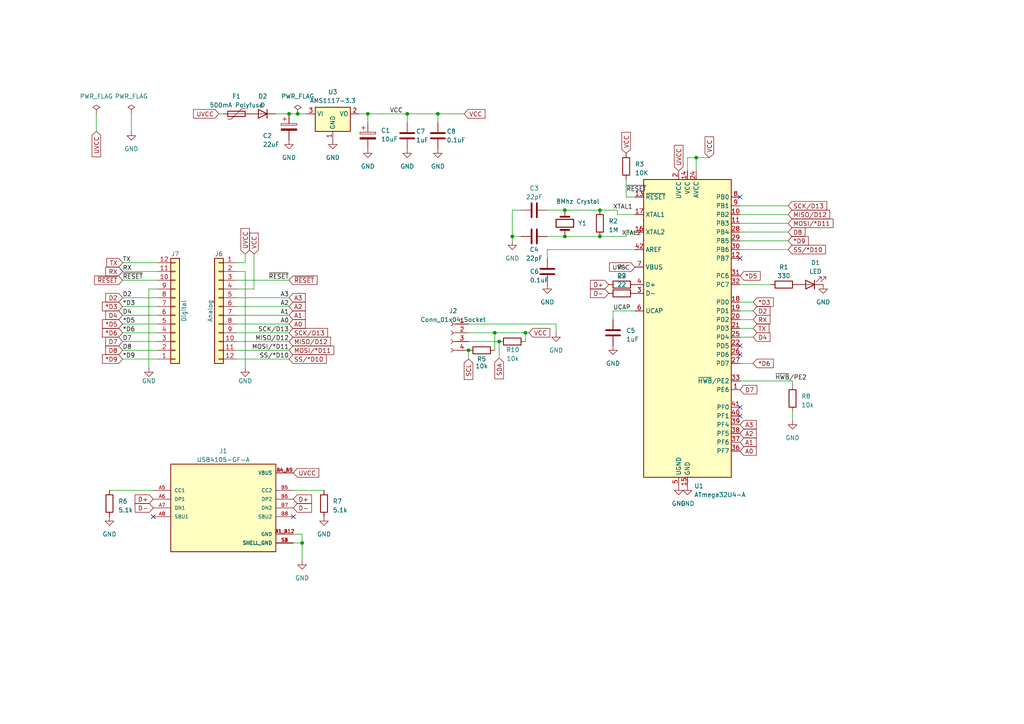
<source format=kicad_sch>
(kicad_sch (version 20230121) (generator eeschema)
  (paper "A4")
  (title_block (date "sam. 04 avril 2015"))
  (lib_symbols
    (symbol "Connector:Conn_01x04_Socket" (pin_names (offset 1.016) hide)
      (property "Reference" "J" (at 0 5.08 0))
      (property "Value" "Conn_01x04_Socket" (at 0 -7.62 0))
      (symbol "Conn_01x04_Socket_1_1"
        (arc (start 0 -4.572) (mid -0.5058 -5.08) (end 0 -5.588) (stroke (width 0.1524)))
        (arc (start 0 -2.032) (mid -0.5058 -2.54) (end 0 -3.048) (stroke (width 0.1524)))
        (polyline (pts (xy -1.27 -5.08) (xy -0.508 -5.08)) (stroke (width 0.1524)))
        (polyline (pts (xy -1.27 -2.54) (xy -0.508 -2.54)) (stroke (width 0.1524)))
        (polyline (pts (xy -1.27 0) (xy -0.508 0)) (stroke (width 0.1524)))
        (polyline (pts (xy -1.27 2.54) (xy -0.508 2.54)) (stroke (width 0.1524)))
        (arc (start 0 0.508) (mid -0.5058 0) (end 0 -0.508) (stroke (width 0.1524)))
        (arc (start 0 3.048) (mid -0.5058 2.54) (end 0 2.032) (stroke (width 0.1524)))
        (pin passive line (at -5.08 2.54 0) (length 3.81) (name "Pin_1") (number "1"))
        (pin passive line (at -5.08 0 0) (length 3.81) (name "Pin_2") (number "2"))
        (pin passive line (at -5.08 -2.54 0) (length 3.81) (name "Pin_3") (number "3"))
        (pin passive line (at -5.08 -5.08 0) (length 3.81) (name "Pin_4") (number "4"))
      )
    )
    (symbol "Connector_Generic:Conn_01x12" (pin_names (offset 1.016) hide)
      (property "Reference" "J" (at 0 15.24 0))
      (property "Value" "Conn_01x12" (at 0 -17.78 0))
      (symbol "Conn_01x12_1_1"
        (rectangle (start -1.27 -15.113) (end 0 -15.367) (stroke (width 0.1524)))
        (rectangle (start -1.27 -12.573) (end 0 -12.827) (stroke (width 0.1524)))
        (rectangle (start -1.27 -10.033) (end 0 -10.287) (stroke (width 0.1524)))
        (rectangle (start -1.27 -7.493) (end 0 -7.747) (stroke (width 0.1524)))
        (rectangle (start -1.27 -4.953) (end 0 -5.207) (stroke (width 0.1524)))
        (rectangle (start -1.27 -2.413) (end 0 -2.667) (stroke (width 0.1524)))
        (rectangle (start -1.27 0.127) (end 0 -0.127) (stroke (width 0.1524)))
        (rectangle (start -1.27 2.667) (end 0 2.413) (stroke (width 0.1524)))
        (rectangle (start -1.27 5.207) (end 0 4.953) (stroke (width 0.1524)))
        (rectangle (start -1.27 7.747) (end 0 7.493) (stroke (width 0.1524)))
        (rectangle (start -1.27 10.287) (end 0 10.033) (stroke (width 0.1524)))
        (rectangle (start -1.27 12.827) (end 0 12.573) (stroke (width 0.1524)))
        (rectangle (start -1.27 13.97) (end 1.27 -16.51) (stroke (width 0.254)) (fill (type background)))
        (pin passive line (at -5.08 12.7 0) (length 3.81) (name "Pin_1") (number "1"))
        (pin passive line (at -5.08 -10.16 0) (length 3.81) (name "Pin_10") (number "10"))
        (pin passive line (at -5.08 -12.7 0) (length 3.81) (name "Pin_11") (number "11"))
        (pin passive line (at -5.08 -15.24 0) (length 3.81) (name "Pin_12") (number "12"))
        (pin passive line (at -5.08 10.16 0) (length 3.81) (name "Pin_2") (number "2"))
        (pin passive line (at -5.08 7.62 0) (length 3.81) (name "Pin_3") (number "3"))
        (pin passive line (at -5.08 5.08 0) (length 3.81) (name "Pin_4") (number "4"))
        (pin passive line (at -5.08 2.54 0) (length 3.81) (name "Pin_5") (number "5"))
        (pin passive line (at -5.08 0 0) (length 3.81) (name "Pin_6") (number "6"))
        (pin passive line (at -5.08 -2.54 0) (length 3.81) (name "Pin_7") (number "7"))
        (pin passive line (at -5.08 -5.08 0) (length 3.81) (name "Pin_8") (number "8"))
        (pin passive line (at -5.08 -7.62 0) (length 3.81) (name "Pin_9") (number "9"))
      )
    )
    (symbol "Device:C" (pin_numbers hide) (pin_names (offset 0.254))
      (property "Reference" "C" (at 0.635 2.54 0))
      (property "Value" "C" (at 0.635 -2.54 0))
      (symbol "C_0_1"
        (polyline (pts (xy -2.032 -0.762) (xy 2.032 -0.762)) (stroke (width 0.508)))
        (polyline (pts (xy -2.032 0.762) (xy 2.032 0.762)) (stroke (width 0.508)))
      )
      (symbol "C_1_1"
        (pin passive line (at 0 3.81 270) (length 2.794) (name "~") (number "1"))
        (pin passive line (at 0 -3.81 90) (length 2.794) (name "~") (number "2"))
      )
    )
    (symbol "Device:C_Polarized" (pin_numbers hide) (pin_names (offset 0.254))
      (property "Reference" "C" (at 0.635 2.54 0))
      (property "Value" "C_Polarized" (at 0.635 -2.54 0))
      (symbol "C_Polarized_0_1"
        (rectangle (start -2.286 0.508) (end 2.286 1.016))
        (polyline (pts (xy -1.778 2.286) (xy -0.762 2.286)))
        (polyline (pts (xy -1.27 2.794) (xy -1.27 1.778)))
        (rectangle (start 2.286 -0.508) (end -2.286 -1.016) (fill (type outline)))
      )
      (symbol "C_Polarized_1_1"
        (pin passive line (at 0 3.81 270) (length 2.794) (name "~") (number "1"))
        (pin passive line (at 0 -3.81 90) (length 2.794) (name "~") (number "2"))
      )
    )
    (symbol "Device:Crystal" (pin_numbers hide) (pin_names (offset 1.016) hide)
      (property "Reference" "Y" (at 0 3.81 0))
      (property "Value" "Crystal" (at 0 -3.81 0))
      (symbol "Crystal_0_1"
        (rectangle (start -1.143 2.54) (end 1.143 -2.54) (stroke (width 0.3048)))
        (polyline (pts (xy -2.54 0) (xy -1.905 0)))
        (polyline (pts (xy -1.905 -1.27) (xy -1.905 1.27)) (stroke (width 0.508)))
        (polyline (pts (xy 1.905 -1.27) (xy 1.905 1.27)) (stroke (width 0.508)))
        (polyline (pts (xy 2.54 0) (xy 1.905 0)))
      )
      (symbol "Crystal_1_1"
        (pin passive line (at -3.81 0 0) (length 1.27) (name "1") (number "1"))
        (pin passive line (at 3.81 0 180) (length 1.27) (name "2") (number "2"))
      )
    )
    (symbol "Device:D" (pin_numbers hide) (pin_names (offset 1.016) hide)
      (property "Reference" "D" (at 0 2.54 0))
      (property "Value" "D" (at 0 -2.54 0))
      (symbol "D_0_1"
        (polyline (pts (xy -1.27 1.27) (xy -1.27 -1.27)) (stroke (width 0.254)))
        (polyline (pts (xy 1.27 0) (xy -1.27 0)))
        (polyline (pts (xy 1.27 1.27) (xy 1.27 -1.27) (xy -1.27 0) (xy 1.27 1.27)) (stroke (width 0.254)))
      )
      (symbol "D_1_1"
        (pin passive line (at -3.81 0 0) (length 2.54) (name "K") (number "1"))
        (pin passive line (at 3.81 0 180) (length 2.54) (name "A") (number "2"))
      )
    )
    (symbol "Device:LED" (pin_numbers hide) (pin_names (offset 1.016) hide)
      (property "Reference" "D" (at 0 2.54 0))
      (property "Value" "LED" (at 0 -2.54 0))
      (symbol "LED_0_1"
        (polyline (pts (xy -1.27 -1.27) (xy -1.27 1.27)) (stroke (width 0.254)))
        (polyline (pts (xy -1.27 0) (xy 1.27 0)))
        (polyline (pts (xy 1.27 -1.27) (xy 1.27 1.27) (xy -1.27 0) (xy 1.27 -1.27)) (stroke (width 0.254)))
        (polyline (pts (xy -3.048 -0.762) (xy -4.572 -2.286) (xy -3.81 -2.286) (xy -4.572 -2.286) (xy -4.572 -1.524)))
        (polyline (pts (xy -1.778 -0.762) (xy -3.302 -2.286) (xy -2.54 -2.286) (xy -3.302 -2.286) (xy -3.302 -1.524)))
      )
      (symbol "LED_1_1"
        (pin passive line (at -3.81 0 0) (length 2.54) (name "K") (number "1"))
        (pin passive line (at 3.81 0 180) (length 2.54) (name "A") (number "2"))
      )
    )
    (symbol "Device:Polyfuse" (pin_numbers hide) (pin_names (offset 0))
      (property "Reference" "F" (at -2.54 0 90))
      (property "Value" "Polyfuse" (at 2.54 0 90))
      (symbol "Polyfuse_0_1"
        (rectangle (start -0.762 2.54) (end 0.762 -2.54) (stroke (width 0.254)))
        (polyline (pts (xy 0 2.54) (xy 0 -2.54)))
        (polyline (pts (xy -1.524 2.54) (xy -1.524 1.524) (xy 1.524 -1.524) (xy 1.524 -2.54)))
      )
      (symbol "Polyfuse_1_1"
        (pin passive line (at 0 3.81 270) (length 1.27) (name "~") (number "1"))
        (pin passive line (at 0 -3.81 90) (length 1.27) (name "~") (number "2"))
      )
    )
    (symbol "Device:R" (pin_numbers hide) (pin_names (offset 0))
      (property "Reference" "R" (at 2.032 0 90))
      (property "Value" "R" (at 0 0 90))
      (symbol "R_0_1"
        (rectangle (start -1.016 -2.54) (end 1.016 2.54) (stroke (width 0.254)))
      )
      (symbol "R_1_1"
        (pin passive line (at 0 3.81 270) (length 1.27) (name "~") (number "1"))
        (pin passive line (at 0 -3.81 90) (length 1.27) (name "~") (number "2"))
      )
    )
    (symbol "MCU_Microchip_ATmega:ATmega32U4-A"
      (property "Reference" "U" (at -12.7 44.45 0))
      (property "Value" "ATmega32U4-A" (at 2.54 -44.45 0))
      (symbol "ATmega32U4-A_0_1"
        (rectangle (start -12.7 -43.18) (end 12.7 43.18) (stroke (width 0.254)) (fill (type background)))
      )
      (symbol "ATmega32U4-A_1_1"
        (pin bidirectional line (at 15.24 -17.78 180) (length 2.54) (name "PE6") (number "1"))
        (pin bidirectional line (at 15.24 33.02 180) (length 2.54) (name "PB2") (number "10"))
        (pin bidirectional line (at 15.24 30.48 180) (length 2.54) (name "PB3") (number "11"))
        (pin bidirectional line (at 15.24 20.32 180) (length 2.54) (name "PB7") (number "12"))
        (pin input line (at -15.24 38.1 0) (length 2.54) (name "~{RESET}") (number "13"))
        (pin power_in line (at 0 45.72 270) (length 2.54) (name "VCC") (number "14"))
        (pin power_in line (at 0 -45.72 90) (length 2.54) (name "GND") (number "15"))
        (pin output line (at -15.24 27.94 0) (length 2.54) (name "XTAL2") (number "16"))
        (pin input line (at -15.24 33.02 0) (length 2.54) (name "XTAL1") (number "17"))
        (pin bidirectional line (at 15.24 7.62 180) (length 2.54) (name "PD0") (number "18"))
        (pin bidirectional line (at 15.24 5.08 180) (length 2.54) (name "PD1") (number "19"))
        (pin power_in line (at -2.54 45.72 270) (length 2.54) (name "UVCC") (number "2"))
        (pin bidirectional line (at 15.24 2.54 180) (length 2.54) (name "PD2") (number "20"))
        (pin bidirectional line (at 15.24 0 180) (length 2.54) (name "PD3") (number "21"))
        (pin bidirectional line (at 15.24 -5.08 180) (length 2.54) (name "PD5") (number "22"))
        (pin passive line (at 0 -45.72 90) (length 2.54) hide (name "GND") (number "23"))
        (pin power_in line (at 2.54 45.72 270) (length 2.54) (name "AVCC") (number "24"))
        (pin bidirectional line (at 15.24 -2.54 180) (length 2.54) (name "PD4") (number "25"))
        (pin bidirectional line (at 15.24 -7.62 180) (length 2.54) (name "PD6") (number "26"))
        (pin bidirectional line (at 15.24 -10.16 180) (length 2.54) (name "PD7") (number "27"))
        (pin bidirectional line (at 15.24 27.94 180) (length 2.54) (name "PB4") (number "28"))
        (pin bidirectional line (at 15.24 25.4 180) (length 2.54) (name "PB5") (number "29"))
        (pin bidirectional line (at -15.24 10.16 0) (length 2.54) (name "D-") (number "3"))
        (pin bidirectional line (at 15.24 22.86 180) (length 2.54) (name "PB6") (number "30"))
        (pin bidirectional line (at 15.24 15.24 180) (length 2.54) (name "PC6") (number "31"))
        (pin bidirectional line (at 15.24 12.7 180) (length 2.54) (name "PC7") (number "32"))
        (pin bidirectional line (at 15.24 -15.24 180) (length 2.54) (name "~{HWB}/PE2") (number "33"))
        (pin passive line (at 0 45.72 270) (length 2.54) hide (name "VCC") (number "34"))
        (pin passive line (at 0 -45.72 90) (length 2.54) hide (name "GND") (number "35"))
        (pin bidirectional line (at 15.24 -35.56 180) (length 2.54) (name "PF7") (number "36"))
        (pin bidirectional line (at 15.24 -33.02 180) (length 2.54) (name "PF6") (number "37"))
        (pin bidirectional line (at 15.24 -30.48 180) (length 2.54) (name "PF5") (number "38"))
        (pin bidirectional line (at 15.24 -27.94 180) (length 2.54) (name "PF4") (number "39"))
        (pin bidirectional line (at -15.24 12.7 0) (length 2.54) (name "D+") (number "4"))
        (pin bidirectional line (at 15.24 -25.4 180) (length 2.54) (name "PF1") (number "40"))
        (pin bidirectional line (at 15.24 -22.86 180) (length 2.54) (name "PF0") (number "41"))
        (pin passive line (at -15.24 22.86 0) (length 2.54) (name "AREF") (number "42"))
        (pin passive line (at 0 -45.72 90) (length 2.54) hide (name "GND") (number "43"))
        (pin passive line (at 2.54 45.72 270) (length 2.54) hide (name "AVCC") (number "44"))
        (pin passive line (at -2.54 -45.72 90) (length 2.54) (name "UGND") (number "5"))
        (pin passive line (at -15.24 5.08 0) (length 2.54) (name "UCAP") (number "6"))
        (pin input line (at -15.24 17.78 0) (length 2.54) (name "VBUS") (number "7"))
        (pin bidirectional line (at 15.24 38.1 180) (length 2.54) (name "PB0") (number "8"))
        (pin bidirectional line (at 15.24 35.56 180) (length 2.54) (name "PB1") (number "9"))
      )
    )
    (symbol "Regulator_Linear:AMS1117-3.3"
      (property "Reference" "U" (at -3.81 3.175 0))
      (property "Value" "AMS1117-3.3" (at 0 3.175 0))
      (symbol "AMS1117-3.3_0_1"
        (rectangle (start -5.08 -5.08) (end 5.08 1.905) (stroke (width 0.254)) (fill (type background)))
      )
      (symbol "AMS1117-3.3_1_1"
        (pin power_in line (at 0 -7.62 90) (length 2.54) (name "GND") (number "1"))
        (pin power_out line (at 7.62 0 180) (length 2.54) (name "VO") (number "2"))
        (pin power_in line (at -7.62 0 0) (length 2.54) (name "VI") (number "3"))
      )
    )
    (symbol "USB4105-GF-A:USB4105-GF-A" (pin_names (offset 1.016))
      (property "Reference" "J" (at -15.24 13.97 0))
      (property "Value" "USB4105-GF-A" (at -15.24 -15.24 0))
      (symbol "USB4105-GF-A_0_0"
        (rectangle (start -15.24 -12.7) (end 15.24 12.7) (stroke (width 0.254)) (fill (type background)))
        (pin power_in line (at 20.32 -7.62 180) (length 5.08) (name "GND") (number "A1_B12"))
        (pin power_in line (at 20.32 10.16 180) (length 5.08) (name "VBUS") (number "A4_B9"))
        (pin bidirectional line (at -20.32 5.08 0) (length 5.08) (name "CC1") (number "A5"))
        (pin bidirectional line (at -20.32 2.54 0) (length 5.08) (name "DP1") (number "A6"))
        (pin bidirectional line (at -20.32 0 0) (length 5.08) (name "DN1") (number "A7"))
        (pin bidirectional line (at -20.32 -2.54 0) (length 5.08) (name "SBU1") (number "A8"))
        (pin power_in line (at 20.32 -7.62 180) (length 5.08) (name "GND") (number "B1_A12"))
        (pin power_in line (at 20.32 10.16 180) (length 5.08) (name "VBUS") (number "B4_A9"))
        (pin bidirectional line (at 20.32 5.08 180) (length 5.08) (name "CC2") (number "B5"))
        (pin bidirectional line (at 20.32 2.54 180) (length 5.08) (name "DP2") (number "B6"))
        (pin bidirectional line (at 20.32 0 180) (length 5.08) (name "DN2") (number "B7"))
        (pin bidirectional line (at 20.32 -2.54 180) (length 5.08) (name "SBU2") (number "B8"))
        (pin power_in line (at 20.32 -10.16 180) (length 5.08) (name "SHELL_GND") (number "S1"))
        (pin power_in line (at 20.32 -10.16 180) (length 5.08) (name "SHELL_GND") (number "S2"))
        (pin power_in line (at 20.32 -10.16 180) (length 5.08) (name "SHELL_GND") (number "S3"))
        (pin power_in line (at 20.32 -10.16 180) (length 5.08) (name "SHELL_GND") (number "S4"))
      )
    )
    (symbol "power:GND" (power) (pin_names (offset 0))
      (property "Value" "GND" (at 0 -3.81 0))
      (symbol "GND_0_1"
        (polyline (pts (xy 0 0) (xy 0 -1.27) (xy 1.27 -1.27) (xy 0 -2.54) (xy -1.27 -1.27) (xy 0 -1.27)))
      )
      (symbol "GND_1_1"
        (pin power_in line (at 0 0 270) (length 0) hide (name "GND") (number "1"))
      )
    )
    (symbol "power:PWR_FLAG" (power) (pin_numbers hide) (pin_names (offset 0) hide)
      (property "Value" "PWR_FLAG" (at 0 3.81 0))
      (symbol "PWR_FLAG_0_0"
        (pin power_out line (at 0 0 90) (length 0) (name "pwr") (number "1"))
      )
      (symbol "PWR_FLAG_0_1"
        (polyline (pts (xy 0 0) (xy 0 1.27) (xy -1.016 1.905) (xy 0 2.54) (xy 1.016 1.905) (xy 0 1.27)))
      )
    )
  )
  (junction (at 83.82 33.02))
  (junction (at 173.99 68.58))
  (junction (at 86.36 33.02))
  (junction (at 148.59 68.58))
  (junction (at 144.78 99.06))
  (junction (at 143.51 96.52))
  (junction (at 163.83 68.58))
  (junction (at 127 33.02))
  (junction (at 163.83 60.96))
  (junction (at 152.4 96.52))
  (junction (at 87.63 157.48))
  (junction (at 173.99 60.96))
  (junction (at 135.89 101.6))
  (junction (at 118.11 33.02))
  (junction (at 201.93 45.72))
  (junction (at 106.68 33.02))
  (no_connect (at 214.63 57.15))
  (no_connect (at 214.63 100.33))
  (no_connect (at 214.63 118.11))
  (no_connect (at 214.63 74.93))
  (no_connect (at 85.09 149.86))
  (no_connect (at 44.45 149.86))
  (no_connect (at 214.63 120.65))
  (no_connect (at 214.63 102.87))
  (wire (pts (xy 214.63 67.31) (xy 228.6 67.31)))
  (wire (pts (xy 229.87 119.38) (xy 229.87 121.92)))
  (wire (pts (xy 68.58 76.2) (xy 71.12 76.2)))
  (wire (pts (xy 71.12 73.66) (xy 71.12 76.2)))
  (wire (pts (xy 35.56 101.6) (xy 45.72 101.6)))
  (wire (pts (xy 63.5 33.02) (xy 64.77 33.02)))
  (wire (pts (xy 161.29 93.98) (xy 161.29 96.52)))
  (wire (pts (xy 43.18 83.82) (xy 43.18 106.68)))
  (wire (pts (xy 143.51 96.52) (xy 143.51 101.6)))
  (wire (pts (xy 68.58 91.44) (xy 83.82 91.44)))
  (wire (pts (xy 179.07 60.96) (xy 179.07 62.23)))
  (wire (pts (xy 152.4 99.06) (xy 152.4 96.52)))
  (wire (pts (xy 214.63 95.25) (xy 218.44 95.25)))
  (wire (pts (xy 127 33.02) (xy 127 35.56)))
  (wire (pts (xy 144.78 99.06) (xy 135.89 99.06)))
  (wire (pts (xy 104.14 33.02) (xy 106.68 33.02)))
  (wire (pts (xy 158.75 72.39) (xy 184.15 72.39)))
  (wire (pts (xy 214.63 92.71) (xy 218.44 92.71)))
  (wire (pts (xy 68.58 104.14) (xy 83.82 104.14)))
  (wire (pts (xy 184.15 57.15) (xy 181.61 57.15)))
  (wire (pts (xy 85.09 154.94) (xy 87.63 154.94)))
  (wire (pts (xy 80.01 33.02) (xy 83.82 33.02)))
  (wire (pts (xy 68.58 101.6) (xy 83.82 101.6)))
  (wire (pts (xy 71.12 78.74) (xy 71.12 106.68)))
  (wire (pts (xy 38.1 33.02) (xy 38.1 38.1)))
  (wire (pts (xy 83.82 33.02) (xy 86.36 33.02)))
  (wire (pts (xy 181.61 68.58) (xy 173.99 68.58)))
  (wire (pts (xy 68.58 86.36) (xy 83.82 86.36)))
  (wire (pts (xy 68.58 88.9) (xy 83.82 88.9)))
  (wire (pts (xy 135.89 93.98) (xy 161.29 93.98)))
  (wire (pts (xy 73.66 73.66) (xy 73.66 83.82)))
  (wire (pts (xy 199.39 45.72) (xy 201.93 45.72)))
  (wire (pts (xy 173.99 60.96) (xy 179.07 60.96)))
  (wire (pts (xy 35.56 78.74) (xy 45.72 78.74)))
  (wire (pts (xy 214.63 69.85) (xy 228.6 69.85)))
  (wire (pts (xy 214.63 64.77) (xy 228.6 64.77)))
  (wire (pts (xy 148.59 68.58) (xy 148.59 69.85)))
  (wire (pts (xy 181.61 67.31) (xy 181.61 68.58)))
  (wire (pts (xy 68.58 83.82) (xy 73.66 83.82)))
  (wire (pts (xy 27.94 38.1) (xy 27.94 33.02)))
  (wire (pts (xy 35.56 88.9) (xy 45.72 88.9)))
  (wire (pts (xy 35.56 76.2) (xy 45.72 76.2)))
  (wire (pts (xy 43.18 83.82) (xy 45.72 83.82)))
  (wire (pts (xy 144.78 103.886) (xy 144.78 99.06)))
  (wire (pts (xy 135.89 101.6) (xy 135.89 104.14)))
  (wire (pts (xy 68.58 93.98) (xy 83.82 93.98)))
  (wire (pts (xy 158.75 68.58) (xy 163.83 68.58)))
  (wire (pts (xy 148.59 60.96) (xy 148.59 68.58)))
  (wire (pts (xy 118.11 33.02) (xy 127 33.02)))
  (wire (pts (xy 68.58 99.06) (xy 83.82 99.06)))
  (wire (pts (xy 214.63 110.49) (xy 229.87 110.49)))
  (wire (pts (xy 151.13 68.58) (xy 148.59 68.58)))
  (wire (pts (xy 177.8 90.17) (xy 184.15 90.17)))
  (wire (pts (xy 177.8 92.71) (xy 177.8 90.17)))
  (wire (pts (xy 163.83 60.96) (xy 173.99 60.96)))
  (wire (pts (xy 158.75 74.93) (xy 158.75 72.39)))
  (wire (pts (xy 179.07 62.23) (xy 184.15 62.23)))
  (wire (pts (xy 35.56 86.36) (xy 45.72 86.36)))
  (wire (pts (xy 35.56 104.14) (xy 45.72 104.14)))
  (wire (pts (xy 214.63 87.63) (xy 218.44 87.63)))
  (wire (pts (xy 214.63 82.55) (xy 223.52 82.55)))
  (wire (pts (xy 85.09 142.24) (xy 93.98 142.24)))
  (wire (pts (xy 31.75 142.24) (xy 44.45 142.24)))
  (wire (pts (xy 85.09 157.48) (xy 87.63 157.48)))
  (wire (pts (xy 106.68 33.02) (xy 106.68 35.56)))
  (wire (pts (xy 201.93 45.72) (xy 201.93 49.53)))
  (wire (pts (xy 87.63 157.48) (xy 87.63 162.56)))
  (wire (pts (xy 35.56 91.44) (xy 45.72 91.44)))
  (wire (pts (xy 68.58 81.28) (xy 83.82 81.28)))
  (wire (pts (xy 214.63 59.69) (xy 228.6 59.69)))
  (wire (pts (xy 201.93 45.72) (xy 205.74 45.72)))
  (wire (pts (xy 35.56 96.52) (xy 45.72 96.52)))
  (wire (pts (xy 181.61 52.07) (xy 181.61 57.15)))
  (wire (pts (xy 151.13 60.96) (xy 148.59 60.96)))
  (wire (pts (xy 214.63 97.79) (xy 218.44 97.79)))
  (wire (pts (xy 118.11 33.02) (xy 118.11 35.56)))
  (wire (pts (xy 214.63 72.39) (xy 228.6 72.39)))
  (wire (pts (xy 35.56 93.98) (xy 45.72 93.98)))
  (wire (pts (xy 106.68 33.02) (xy 118.11 33.02)))
  (wire (pts (xy 86.36 33.02) (xy 88.9 33.02)))
  (wire (pts (xy 87.63 154.94) (xy 87.63 157.48)))
  (wire (pts (xy 35.56 99.06) (xy 45.72 99.06)))
  (wire (pts (xy 158.75 60.96) (xy 163.83 60.96)))
  (wire (pts (xy 135.89 96.52) (xy 143.51 96.52)))
  (wire (pts (xy 229.87 110.49) (xy 229.87 111.76)))
  (wire (pts (xy 68.58 96.52) (xy 83.82 96.52)))
  (wire (pts (xy 214.63 62.23) (xy 228.6 62.23)))
  (wire (pts (xy 163.83 68.58) (xy 173.99 68.58)))
  (wire (pts (xy 143.51 96.52) (xy 152.4 96.52)))
  (wire (pts (xy 127 33.02) (xy 134.62 33.02)))
  (wire (pts (xy 68.58 78.74) (xy 71.12 78.74)))
  (wire (pts (xy 214.63 90.17) (xy 218.44 90.17)))
  (wire (pts (xy 184.15 67.31) (xy 181.61 67.31)))
  (wire (pts (xy 152.4 96.52) (xy 153.416 96.52)))
  (wire (pts (xy 35.56 81.28) (xy 45.72 81.28)))
  (wire (pts (xy 214.63 105.41) (xy 218.44 105.41)))
  (wire (pts (xy 199.39 49.53) (xy 199.39 45.72)))
  (label "XTAL2" (at 180.34 68.58 0))
  (label "D4" (at 35.56 91.44 0))
  (label "XTAL1" (at 177.8 60.96 0))
  (label "MISO{slash}D12" (at 83.82 99.06 180))
  (label "TX" (at 35.56 76.2 0))
  (label "A2" (at 83.82 88.9 180))
  (label "A0" (at 83.82 93.98 180))
  (label "MOSI{slash}*D11" (at 83.82 101.6 180))
  (label "*D3" (at 35.56 88.9 0))
  (label "D2" (at 35.56 86.36 0))
  (label "VCC" (at 113.03 33.02 0))
  (label "*D5" (at 35.56 93.98 0))
  (label "*D6" (at 35.56 96.52 0))
  (label "~{RESET}" (at 181.61 55.88 0))
  (label "D8" (at 35.56 101.6 0))
  (label "*D9" (at 35.56 104.14 0))
  (label "~{RESET}" (at 83.82 81.28 180))
  (label "A1" (at 83.82 91.44 180))
  (label "RX" (at 35.56 78.74 0))
  (label "UCAP" (at 177.8 90.17 0))
  (label "~{HWB}{slash}PE2" (at 224.79 110.49 0))
  (label "D7" (at 35.56 99.06 0))
  (label "A3" (at 83.82 86.36 180))
  (label "~{RESET}" (at 35.56 81.28 0))
  (label "SS{slash}*D10" (at 83.82 104.14 180))
  (label "SCK{slash}D13" (at 83.82 96.52 180))
  (global_label "MOSI{slash}*D11" (shape input) (at 228.6 64.77 0) (property "Intersheetrefs" "${INTERSHEET_REFS}" (effects hide)))
  (global_label "MISO{slash}D12" (shape input) (at 228.6 62.23 0) (property "Intersheetrefs" "${INTERSHEET_REFS}" (effects hide)))
  (global_label "SS{slash}*D10" (shape input) (at 228.6 72.39 0) (property "Intersheetrefs" "${INTERSHEET_REFS}" (effects hide)))
  (global_label "D4" (shape input) (at 35.56 91.44 180) (property "Intersheetrefs" "${INTERSHEET_REFS}" (effects hide)))
  (global_label "A1" (shape input) (at 83.82 91.44 0) (property "Intersheetrefs" "${INTERSHEET_REFS}" (effects hide)))
  (global_label "A3" (shape input) (at 214.63 123.19 0) (property "Intersheetrefs" "${INTERSHEET_REFS}" (effects hide)))
  (global_label "A2" (shape input) (at 83.82 88.9 0) (property "Intersheetrefs" "${INTERSHEET_REFS}" (effects hide)))
  (global_label "VCC" (shape input) (at 134.62 33.02 0) (property "Intersheetrefs" "${INTERSHEET_REFS}" (effects hide)))
  (global_label "*D3" (shape input) (at 35.56 88.9 180) (property "Intersheetrefs" "${INTERSHEET_REFS}" (effects hide)))
  (global_label "UVCC" (shape input) (at 184.15 77.47 180) (property "Intersheetrefs" "${INTERSHEET_REFS}" (effects hide)))
  (global_label "D4" (shape input) (at 218.44 97.79 0) (property "Intersheetrefs" "${INTERSHEET_REFS}" (effects hide)))
  (global_label "RX" (shape input) (at 218.44 92.71 0) (property "Intersheetrefs" "${INTERSHEET_REFS}" (effects hide)))
  (global_label "*D3" (shape input) (at 218.44 87.63 0) (property "Intersheetrefs" "${INTERSHEET_REFS}" (effects hide)))
  (global_label "D-" (shape input) (at 44.45 147.32 180) (property "Intersheetrefs" "${INTERSHEET_REFS}" (effects hide)))
  (global_label "UVCC" (shape input) (at 71.12 73.66 90) (property "Intersheetrefs" "${INTERSHEET_REFS}" (effects hide)))
  (global_label "*D5" (shape input) (at 214.63 80.01 0) (property "Intersheetrefs" "${INTERSHEET_REFS}" (effects hide)))
  (global_label "D2" (shape input) (at 35.56 86.36 180) (property "Intersheetrefs" "${INTERSHEET_REFS}" (effects hide)))
  (global_label "VCC" (shape input) (at 73.66 73.66 90) (property "Intersheetrefs" "${INTERSHEET_REFS}" (effects hide)))
  (global_label "D8" (shape input) (at 228.6 67.31 0) (property "Intersheetrefs" "${INTERSHEET_REFS}" (effects hide)))
  (global_label "D7" (shape input) (at 214.63 113.03 0) (property "Intersheetrefs" "${INTERSHEET_REFS}" (effects hide)))
  (global_label "VCC" (shape input) (at 181.61 44.45 90) (property "Intersheetrefs" "${INTERSHEET_REFS}" (effects hide)))
  (global_label "*D5" (shape input) (at 35.56 93.98 180) (property "Intersheetrefs" "${INTERSHEET_REFS}" (effects hide)))
  (global_label "TX" (shape input) (at 218.44 95.25 0) (property "Intersheetrefs" "${INTERSHEET_REFS}" (effects hide)))
  (global_label "A0" (shape input) (at 214.63 130.81 0) (property "Intersheetrefs" "${INTERSHEET_REFS}" (effects hide)))
  (global_label "*D6" (shape input) (at 218.44 105.41 0) (property "Intersheetrefs" "${INTERSHEET_REFS}" (effects hide)))
  (global_label "*D9" (shape input) (at 35.56 104.14 180) (property "Intersheetrefs" "${INTERSHEET_REFS}" (effects hide)))
  (global_label "UVCC" (shape input) (at 63.5 33.02 180) (property "Intersheetrefs" "${INTERSHEET_REFS}" (effects hide)))
  (global_label "D8" (shape input) (at 35.56 101.6 180) (property "Intersheetrefs" "${INTERSHEET_REFS}" (effects hide)))
  (global_label "A1" (shape input) (at 214.63 128.27 0) (property "Intersheetrefs" "${INTERSHEET_REFS}" (effects hide)))
  (global_label "D+" (shape input) (at 85.09 144.78 0) (property "Intersheetrefs" "${INTERSHEET_REFS}" (effects hide)))
  (global_label "A0" (shape input) (at 83.82 93.98 0) (property "Intersheetrefs" "${INTERSHEET_REFS}" (effects hide)))
  (global_label "SCK{slash}D13" (shape input) (at 83.82 96.52 0) (property "Intersheetrefs" "${INTERSHEET_REFS}" (effects hide)))
  (global_label "VCC" (shape input) (at 205.74 45.72 90) (property "Intersheetrefs" "${INTERSHEET_REFS}" (effects hide)))
  (global_label "D+" (shape input) (at 44.45 144.78 180) (property "Intersheetrefs" "${INTERSHEET_REFS}" (effects hide)))
  (global_label "D2" (shape input) (at 218.44 90.17 0) (property "Intersheetrefs" "${INTERSHEET_REFS}" (effects hide)))
  (global_label "MISO{slash}D12" (shape input) (at 83.82 99.06 0) (property "Intersheetrefs" "${INTERSHEET_REFS}" (effects hide)))
  (global_label "VCC" (shape input) (at 153.416 96.52 0) (property "Intersheetrefs" "${INTERSHEET_REFS}" (effects hide)))
  (global_label "UVCC" (shape input) (at 27.94 38.1 270) (property "Intersheetrefs" "${INTERSHEET_REFS}" (effects hide)))
  (global_label "A2" (shape input) (at 214.63 125.73 0) (property "Intersheetrefs" "${INTERSHEET_REFS}" (effects hide)))
  (global_label "~{RESET}" (shape input) (at 35.56 81.28 180) (property "Intersheetrefs" "${INTERSHEET_REFS}" (effects hide)))
  (global_label "SDA" (shape input) (at 144.78 103.886 270) (property "Intersheetrefs" "${INTERSHEET_REFS}" (effects hide)))
  (global_label "MOSI{slash}*D11" (shape input) (at 83.82 101.6 0) (property "Intersheetrefs" "${INTERSHEET_REFS}" (effects hide)))
  (global_label "D-" (shape input) (at 176.53 85.09 180) (property "Intersheetrefs" "${INTERSHEET_REFS}" (effects hide)))
  (global_label "UVCC" (shape input) (at 196.85 49.53 90) (property "Intersheetrefs" "${INTERSHEET_REFS}" (effects hide)))
  (global_label "*D9" (shape input) (at 228.6 69.85 0) (property "Intersheetrefs" "${INTERSHEET_REFS}" (effects hide)))
  (global_label "D+" (shape input) (at 176.53 82.55 180) (property "Intersheetrefs" "${INTERSHEET_REFS}" (effects hide)))
  (global_label "D7" (shape input) (at 35.56 99.06 180) (property "Intersheetrefs" "${INTERSHEET_REFS}" (effects hide)))
  (global_label "TX" (shape input) (at 35.56 76.2 180) (property "Intersheetrefs" "${INTERSHEET_REFS}" (effects hide)))
  (global_label "*D6" (shape input) (at 35.56 96.52 180) (property "Intersheetrefs" "${INTERSHEET_REFS}" (effects hide)))
  (global_label "SCK{slash}D13" (shape input) (at 228.6 59.69 0) (property "Intersheetrefs" "${INTERSHEET_REFS}" (effects hide)))
  (global_label "A3" (shape input) (at 83.82 86.36 0) (property "Intersheetrefs" "${INTERSHEET_REFS}" (effects hide)))
  (global_label "~{RESET}" (shape input) (at 83.82 81.28 0) (property "Intersheetrefs" "${INTERSHEET_REFS}" (effects hide)))
  (global_label "SS{slash}*D10" (shape input) (at 83.82 104.14 0) (property "Intersheetrefs" "${INTERSHEET_REFS}" (effects hide)))
  (global_label "D-" (shape input) (at 85.09 147.32 0) (property "Intersheetrefs" "${INTERSHEET_REFS}" (effects hide)))
  (global_label "SCL" (shape input) (at 135.89 104.14 270) (property "Intersheetrefs" "${INTERSHEET_REFS}" (effects hide)))
  (global_label "RX" (shape input) (at 35.56 78.74 180) (property "Intersheetrefs" "${INTERSHEET_REFS}" (effects hide)))
  (global_label "UVCC" (shape input) (at 85.09 137.16 0) (property "Intersheetrefs" "${INTERSHEET_REFS}" (effects hide)))
  (symbol (lib_id "Connector_Generic:Conn_01x12") (at 50.8 91.44 0) (mirror x) (unit 1)
    (property "Reference" "J7" (at 50.8 73.66 0))
    (property "Value" "Digital" (at 53.34 90.17 90))
    (property "Footprint" "Connector_PinHeader_2.54mm:PinHeader_1x12_P2.54mm_Vertical" (effects hide))
  )
  (symbol (lib_id "Connector_Generic:Conn_01x12") (at 63.5 88.9 0) (mirror y) (unit 1)
    (property "Reference" "J6" (at 63.5 73.66 0))
    (property "Value" "Analog" (at 60.96 90.17 90))
    (property "Footprint" "Connector_PinHeader_2.54mm:PinHeader_1x12_P2.54mm_Vertical" (effects hide))
  )
  (symbol (lib_id "power:GND") (at 38.1 38.1 0) (unit 1)
    (property "Reference" "#PWR013" (effects hide))
    (property "Value" "GND" (at 38.1 43.18 0))
  )
  (symbol (lib_id "Device:R") (at 180.34 85.09 90) (unit 1)
    (property "Reference" "R9" (at 180.34 80.01 90))
    (property "Value" "22" (at 180.34 82.55 90))
  )
  (symbol (lib_id "Device:R") (at 139.7 101.6 270) (unit 1)
    (property "Reference" "R5" (at 139.7 104.14 90))
    (property "Value" "10k" (at 139.7 106.172 90))
  )
  (symbol (lib_id "power:GND") (at 96.52 40.64 0) (unit 1)
    (property "Reference" "#PWR04" (effects hide))
    (property "Value" "GND" (at 96.52 45.72 0))
  )
  (symbol (lib_id "Regulator_Linear:AMS1117-3.3") (at 96.52 33.02 0) (unit 1)
    (property "Reference" "U3" (at 96.52 26.67 0))
    (property "Value" "AMS1117-3.3" (at 96.52 29.21 0))
    (property "Footprint" "Package_TO_SOT_SMD:SOT-23-3" (effects hide))
    (property "Datasheet" "http://www.advanced-monolithic.com/pdf/ds1117.pdf" (effects hide))
    (property "LCSC" "C3015484" (effects hide))
  )
  (symbol (lib_id "Device:R") (at 173.99 64.77 180) (unit 1)
    (property "Reference" "R2" (at 176.53 64.135 0) (effects (justify right)))
    (property "Value" "1M" (at 176.53 66.675 0) (effects (justify right)))
    (property "Footprint" "Resistor_SMD:R_0402_1005Metric" (effects hide))
  )
  (symbol (lib_id "Device:C") (at 177.8 96.52 0) (unit 1)
    (property "Reference" "C5" (at 181.61 95.885 0) (effects (justify left)))
    (property "Value" "1uF" (at 181.61 98.425 0) (effects (justify left)))
    (property "Footprint" "Capacitor_SMD:C_0402_1005Metric" (effects hide))
  )
  (symbol (lib_id "power:GND") (at 229.87 121.92 0) (unit 1)
    (property "Reference" "#PWR012" (effects hide))
    (property "Value" "GND" (at 229.87 127 0))
  )
  (symbol (lib_id "Device:R") (at 93.98 146.05 0) (unit 1)
    (property "Reference" "R7" (at 96.52 145.415 0) (effects (justify left)))
    (property "Value" "5.1k" (at 96.52 147.955 0) (effects (justify left)))
    (property "Footprint" "Resistor_SMD:R_0402_1005Metric" (effects hide))
  )
  (symbol (lib_id "power:GND") (at 71.12 106.68 0) (unit 1)
    (property "Reference" "#PWR0106" (effects hide))
    (property "Value" "GND" (at 71.12 110.49 0))
  )
  (symbol (lib_id "Device:R") (at 148.59 99.06 270) (unit 1)
    (property "Reference" "R10" (at 148.717 101.473 90))
    (property "Value" "10k" (at 148.717 104.013 90))
  )
  (symbol (lib_id "Device:Crystal") (at 163.83 64.77 90) (unit 1)
    (property "Reference" "Y1" (at 167.64 64.77 90) (effects (justify right)))
    (property "Value" "8Mhz Crystal" (at 161.29 58.42 90) (effects (justify right)))
    (property "Footprint" "Crystal:Crystal_SMD_3225-4Pin_3.2x2.5mm" (effects hide))
  )
  (symbol (lib_id "power:GND") (at 43.18 106.68 0) (unit 1)
    (property "Reference" "#PWR0105" (effects hide))
    (property "Value" "GND" (at 43.18 110.49 0))
  )
  (symbol (lib_id "power:GND") (at 158.75 82.55 0) (unit 1)
    (property "Reference" "#PWR011" (effects hide))
    (property "Value" "GND" (at 158.75 87.63 0))
  )
  (symbol (lib_id "power:GND") (at 87.63 162.56 0) (unit 1)
    (property "Reference" "#PWR02" (effects hide))
    (property "Value" "GND" (at 87.63 167.64 0))
  )
  (symbol (lib_id "Device:R") (at 181.61 48.26 0) (unit 1)
    (property "Reference" "R3" (at 184.15 47.625 0) (effects (justify left)))
    (property "Value" "10K" (at 184.15 50.165 0) (effects (justify left)))
    (property "Footprint" "Resistor_SMD:R_0402_1005Metric" (effects hide))
  )
  (symbol (lib_id "Device:C") (at 158.75 78.74 0) (unit 1)
    (property "Reference" "C6" (at 153.67 78.74 0) (effects (justify left)))
    (property "Value" "0.1uF" (at 153.67 81.28 0) (effects (justify left)))
    (property "Footprint" "Capacitor_SMD:C_0402_1005Metric" (effects hide))
  )
  (symbol (lib_id "Device:R") (at 31.75 146.05 0) (unit 1)
    (property "Reference" "R6" (at 34.29 145.415 0) (effects (justify left)))
    (property "Value" "5.1k" (at 34.29 147.955 0) (effects (justify left)))
    (property "Footprint" "Resistor_SMD:R_0402_1005Metric" (effects hide))
  )
  (symbol (lib_id "power:GND") (at 196.85 140.97 0) (unit 1)
    (property "Reference" "#PWR03" (effects hide))
    (property "Value" "GND" (at 196.85 146.05 0))
  )
  (symbol (lib_id "power:GND") (at 148.59 69.85 0) (unit 1)
    (property "Reference" "#PWR08" (effects hide))
    (property "Value" "GND" (at 148.59 74.93 0))
  )
  (symbol (lib_id "Device:C") (at 154.94 68.58 270) (unit 1)
    (property "Reference" "C4" (at 154.94 72.39 90))
    (property "Value" "22pF" (at 154.94 74.93 90))
    (property "Footprint" "Capacitor_SMD:C_0402_1005Metric" (effects hide))
  )
  (symbol (lib_id "Device:R") (at 229.87 115.57 0) (unit 1)
    (property "Reference" "R8" (at 232.41 114.935 0) (effects (justify left)))
    (property "Value" "10k" (at 232.41 117.475 0) (effects (justify left)))
    (property "Footprint" "Resistor_SMD:R_0402_1005Metric" (effects hide))
  )
  (symbol (lib_id "power:GND") (at 238.76 82.55 0) (unit 1)
    (property "Reference" "#PWR01" (effects hide))
    (property "Value" "GND" (at 238.76 87.63 0))
  )
  (symbol (lib_id "USB4105-GF-A:USB4105-GF-A") (at 64.77 147.32 0) (unit 1)
    (property "Reference" "J1" (at 64.77 130.81 0))
    (property "Value" "USB4105-GF-A" (at 64.77 133.35 0))
    (property "Footprint" "USB4105-GF-A:GCT_USB4105-GF-A" (effects hide))
    (property "PARTREV" "A3" (effects hide))
    (property "MANUFACTURER" "GCT" (effects hide))
    (property "STANDARD" "Manufacturer Recommendations" (effects hide))
    (property "MAXIMUM_PACKAGE_HEIGHT" "3.31 mm" (effects hide))
    (property "LCSC" "C165948" (effects hide))
  )
  (symbol (lib_id "power:PWR_FLAG") (at 86.36 33.02 0) (unit 1)
    (property "Reference" "#FLG03" (effects hide))
    (property "Value" "PWR_FLAG" (at 86.36 27.94 0))
  )
  (symbol (lib_id "power:PWR_FLAG") (at 27.94 33.02 0) (unit 1)
    (property "Reference" "#FLG01" (effects hide))
    (property "Value" "PWR_FLAG" (at 27.94 27.94 0))
  )
  (symbol (lib_id "power:GND") (at 106.68 43.18 0) (unit 1)
    (property "Reference" "#PWR06" (effects hide))
    (property "Value" "GND" (at 106.68 48.26 0))
  )
  (symbol (lib_id "power:GND") (at 177.8 100.33 0) (unit 1)
    (property "Reference" "#PWR010" (effects hide))
    (property "Value" "GND" (at 177.8 105.41 0))
  )
  (symbol (lib_id "Device:LED") (at 234.95 82.55 180) (unit 1)
    (property "Reference" "D1" (at 236.5375 76.2 0))
    (property "Value" "LED" (at 236.5375 78.74 0))
    (property "Footprint" "LED_SMD:LED_0402_1005Metric" (effects hide))
  )
  (symbol (lib_id "Device:D") (at 76.2 33.02 180) (unit 1)
    (property "Reference" "D2" (at 76.2 27.94 0))
    (property "Value" "D" (at 76.2 30.48 0))
    (property "Footprint" "Diode_SMD:D_0402_1005Metric" (effects hide))
    (property "Sim.Device" "D" (effects hide))
    (property "Sim.Pins" "1=K 2=A" (effects hide))
    (property "LCSC" "C316041" (effects hide))
  )
  (symbol (lib_id "Device:C") (at 118.11 39.37 0) (unit 1)
    (property "Reference" "C7" (at 120.65 38.1 0) (effects (justify left)))
    (property "Value" "1uF" (at 120.65 40.64 0) (effects (justify left)))
    (property "Footprint" "Capacitor_SMD:C_0402_1005Metric" (effects hide))
  )
  (symbol (lib_id "Device:C") (at 154.94 60.96 90) (unit 1)
    (property "Reference" "C3" (at 154.94 54.61 90))
    (property "Value" "22pF" (at 154.94 57.15 90))
    (property "Footprint" "Capacitor_SMD:C_0402_1005Metric" (effects hide))
  )
  (symbol (lib_id "Device:C_Polarized") (at 83.82 36.83 0) (unit 1)
    (property "Reference" "C2" (at 76.2 39.37 0) (effects (justify left)))
    (property "Value" "22uF" (at 76.2 41.91 0) (effects (justify left)))
    (property "Footprint" "Capacitor_SMD:C_0402_1005Metric" (effects hide))
  )
  (symbol (lib_id "Device:Polyfuse") (at 68.58 33.02 90) (unit 1)
    (property "Reference" "F1" (at 68.58 27.94 90))
    (property "Value" "500mA Polyfuse" (at 68.58 30.48 90))
    (property "Footprint" "Fuse:Fuse_0805_2012Metric" (effects hide))
  )
  (symbol (lib_id "Device:C") (at 127 39.37 0) (unit 1)
    (property "Reference" "C8" (at 129.54 38.1 0) (effects (justify left)))
    (property "Value" "0.1uF" (at 129.54 40.64 0) (effects (justify left)))
    (property "Footprint" "Capacitor_SMD:C_0402_1005Metric" (effects hide))
  )
  (symbol (lib_id "power:GND") (at 118.11 43.18 0) (unit 1)
    (property "Reference" "#PWR015" (effects hide))
    (property "Value" "GND" (at 118.11 48.26 0))
  )
  (symbol (lib_id "power:GND") (at 161.29 96.52 0) (unit 1)
    (property "Reference" "#PWR017" (effects hide))
    (property "Value" "GND" (at 161.29 101.6 0))
  )
  (symbol (lib_id "power:GND") (at 127 43.18 0) (unit 1)
    (property "Reference" "#PWR016" (effects hide))
    (property "Value" "GND" (at 127 48.26 0))
  )
  (symbol (lib_id "power:GND") (at 31.75 149.86 0) (unit 1)
    (property "Reference" "#PWR014" (effects hide))
    (property "Value" "GND" (at 31.75 154.94 0))
  )
  (symbol (lib_id "MCU_Microchip_ATmega:ATmega32U4-A") (at 199.39 95.25 0) (unit 1)
    (property "Reference" "U1" (at 201.3459 140.97 0) (effects (justify left)))
    (property "Value" "ATmega32U4-A" (at 201.3459 143.51 0) (effects (justify left)))
    (property "Footprint" "Package_DFN_QFN:QFN-44-1EP_7x7mm_P0.5mm_EP5.2x5.2mm" (effects hide))
    (property "Datasheet" "http://ww1.microchip.com/downloads/en/DeviceDoc/Atmel-7766-8-bit-AVR-ATmega16U4-32U4_Datasheet.pdf" (effects hide))
    (property "LCSC" "C112161" (effects hide))
    (property "JLCPCB Rotation Offset" "-90" (effects hide))
  )
  (symbol (lib_id "Device:C_Polarized") (at 106.68 39.37 0) (unit 1)
    (property "Reference" "C1" (at 110.49 37.846 0) (effects (justify left)))
    (property "Value" "10uF" (at 110.49 40.386 0) (effects (justify left)))
    (property "Footprint" "Capacitor_SMD:C_0402_1005Metric" (effects hide))
  )
  (symbol (lib_id "power:GND") (at 199.39 140.97 0) (unit 1)
    (property "Reference" "#PWR09" (effects hide))
    (property "Value" "GND" (at 199.39 146.05 0))
  )
  (symbol (lib_id "Device:R") (at 227.33 82.55 90) (unit 1)
    (property "Reference" "R1" (at 227.33 77.47 90))
    (property "Value" "330" (at 227.33 80.01 90))
    (property "Footprint" "Resistor_SMD:R_0402_1005Metric" (effects hide))
  )
  (symbol (lib_id "power:GND") (at 83.82 40.64 0) (unit 1)
    (property "Reference" "#PWR05" (effects hide))
    (property "Value" "GND" (at 83.82 45.72 0))
  )
  (symbol (lib_id "Connector:Conn_01x04_Socket") (at 130.81 96.52 0) (mirror y) (unit 1)
    (property "Reference" "J2" (at 131.445 90.17 0))
    (property "Value" "Conn_01x04_Socket" (at 131.445 92.71 0))
    (property "Footprint" "Connector_JST:JST_SH_SM04B-SRSS-TB_1x04-1MP_P1.00mm_Horizontal" (effects hide))
  )
  (symbol (lib_id "power:PWR_FLAG") (at 38.1 33.02 0) (unit 1)
    (property "Reference" "#FLG02" (effects hide))
    (property "Value" "PWR_FLAG" (at 38.1 27.94 0))
  )
  (symbol (lib_id "power:GND") (at 93.98 149.86 0) (unit 1)
    (property "Reference" "#PWR07" (effects hide))
    (property "Value" "GND" (at 93.98 154.94 0))
  )
  (symbol (lib_id "Device:R") (at 180.34 82.55 90) (unit 1)
    (property "Reference" "R4" (at 180.34 77.47 90))
    (property "Value" "22" (at 180.34 80.01 90))
  )
)
</source>
